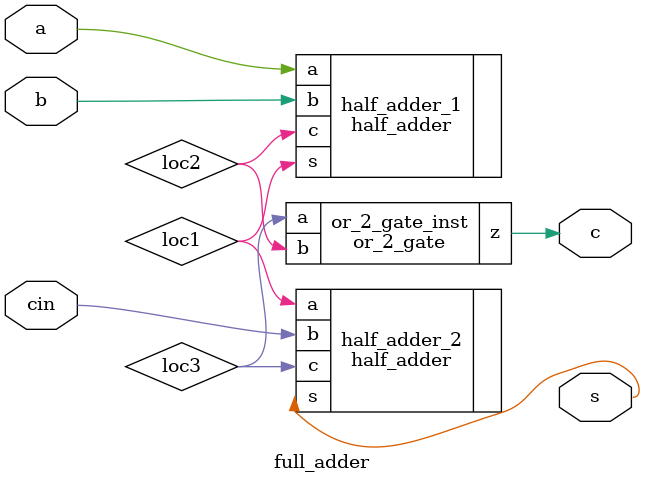
<source format=sv>
`include "../../half_adder/dataflow/half_adder.sv"

module or_2_gate(a,b,z);
	input wire a,b;
	output z;
	
	assign z = a || b;
	
endmodule

module full_adder(a,b,cin,s,c);
	input wire a,b,cin;
	output s,c;

	wire loc1,loc2,loc3;

	half_adder half_adder_1(.a(a),.s(loc1),.c(loc2), .b(b));
	half_adder half_adder_2(.a(loc1),.b(cin),.c(loc3), .s(s));
	or_2_gate or_2_gate_inst(.b(loc2),.a(loc3),.z(c));	
endmodule

</source>
